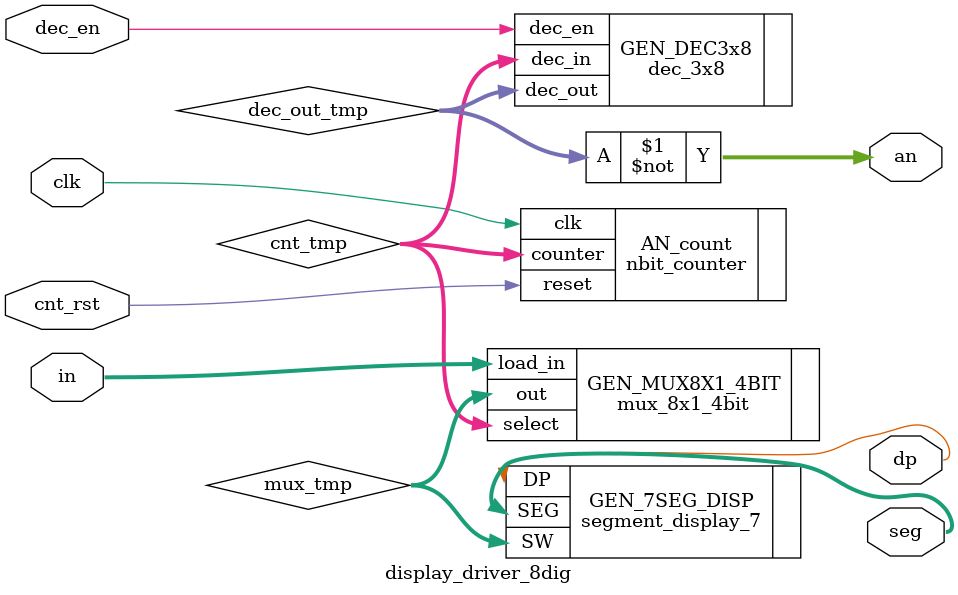
<source format=v>
module display_driver_8dig(
    input [31:0] in,     // Inputs
    input clk,
    input dec_en,
    input cnt_rst,
    output [6:0] seg,           // Outputs
    output dp,
    output [7:0] an
);
    wire [2:0] cnt_tmp;
    wire [3:0] mux_tmp;
    wire [7:0] dec_out_tmp;
    
    
    // Instantiate Blocks
    nbit_counter #(.DATA_SIZE(3)) AN_count(       
        .clk(clk),       // Link inputs/outputs
        .reset(cnt_rst),
        .counter(cnt_tmp)
    );
    
    mux_8x1_4bit GEN_MUX8X1_4BIT(
        .load_in(in),    // Link inputs/outputs
        .select(cnt_tmp),
        .out(mux_tmp)
        );
        
    dec_3x8 GEN_DEC3x8(
        .dec_en(dec_en),     // link inputs/outputs
        .dec_in(cnt_tmp),
        .dec_out(dec_out_tmp)
    );
    
    segment_display_7 GEN_7SEG_DISP(
        .SW(mux_tmp),
        .DP(dp),
        .SEG(seg)
    );
    
    assign an = ~dec_out_tmp;        // Active Low for Turning on Digits 
    
endmodule

</source>
